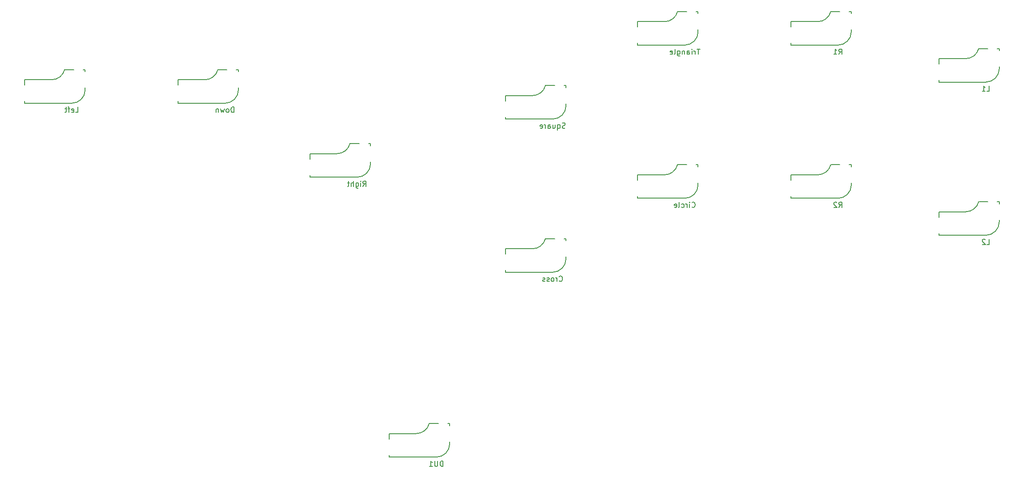
<source format=gbr>
%TF.GenerationSoftware,KiCad,Pcbnew,7.0.2*%
%TF.CreationDate,2023-06-15T01:27:37-07:00*%
%TF.ProjectId,DS5,4453352e-6b69-4636-9164-5f7063625858,rev?*%
%TF.SameCoordinates,Original*%
%TF.FileFunction,Legend,Bot*%
%TF.FilePolarity,Positive*%
%FSLAX46Y46*%
G04 Gerber Fmt 4.6, Leading zero omitted, Abs format (unit mm)*
G04 Created by KiCad (PCBNEW 7.0.2) date 2023-06-15 01:27:37*
%MOMM*%
%LPD*%
G01*
G04 APERTURE LIST*
%ADD10C,0.150000*%
G04 APERTURE END LIST*
D10*
%TO.C,Right*%
X98139047Y-82717619D02*
X98472380Y-82241428D01*
X98710475Y-82717619D02*
X98710475Y-81717619D01*
X98710475Y-81717619D02*
X98329523Y-81717619D01*
X98329523Y-81717619D02*
X98234285Y-81765238D01*
X98234285Y-81765238D02*
X98186666Y-81812857D01*
X98186666Y-81812857D02*
X98139047Y-81908095D01*
X98139047Y-81908095D02*
X98139047Y-82050952D01*
X98139047Y-82050952D02*
X98186666Y-82146190D01*
X98186666Y-82146190D02*
X98234285Y-82193809D01*
X98234285Y-82193809D02*
X98329523Y-82241428D01*
X98329523Y-82241428D02*
X98710475Y-82241428D01*
X97710475Y-82717619D02*
X97710475Y-82050952D01*
X97710475Y-81717619D02*
X97758094Y-81765238D01*
X97758094Y-81765238D02*
X97710475Y-81812857D01*
X97710475Y-81812857D02*
X97662856Y-81765238D01*
X97662856Y-81765238D02*
X97710475Y-81717619D01*
X97710475Y-81717619D02*
X97710475Y-81812857D01*
X96805714Y-82050952D02*
X96805714Y-82860476D01*
X96805714Y-82860476D02*
X96853333Y-82955714D01*
X96853333Y-82955714D02*
X96900952Y-83003333D01*
X96900952Y-83003333D02*
X96996190Y-83050952D01*
X96996190Y-83050952D02*
X97139047Y-83050952D01*
X97139047Y-83050952D02*
X97234285Y-83003333D01*
X96805714Y-82670000D02*
X96900952Y-82717619D01*
X96900952Y-82717619D02*
X97091428Y-82717619D01*
X97091428Y-82717619D02*
X97186666Y-82670000D01*
X97186666Y-82670000D02*
X97234285Y-82622380D01*
X97234285Y-82622380D02*
X97281904Y-82527142D01*
X97281904Y-82527142D02*
X97281904Y-82241428D01*
X97281904Y-82241428D02*
X97234285Y-82146190D01*
X97234285Y-82146190D02*
X97186666Y-82098571D01*
X97186666Y-82098571D02*
X97091428Y-82050952D01*
X97091428Y-82050952D02*
X96900952Y-82050952D01*
X96900952Y-82050952D02*
X96805714Y-82098571D01*
X96329523Y-82717619D02*
X96329523Y-81717619D01*
X95900952Y-82717619D02*
X95900952Y-82193809D01*
X95900952Y-82193809D02*
X95948571Y-82098571D01*
X95948571Y-82098571D02*
X96043809Y-82050952D01*
X96043809Y-82050952D02*
X96186666Y-82050952D01*
X96186666Y-82050952D02*
X96281904Y-82098571D01*
X96281904Y-82098571D02*
X96329523Y-82146190D01*
X95567618Y-82050952D02*
X95186666Y-82050952D01*
X95424761Y-81717619D02*
X95424761Y-82574761D01*
X95424761Y-82574761D02*
X95377142Y-82670000D01*
X95377142Y-82670000D02*
X95281904Y-82717619D01*
X95281904Y-82717619D02*
X95186666Y-82717619D01*
%TO.C,L1*%
X216186666Y-64717619D02*
X216662856Y-64717619D01*
X216662856Y-64717619D02*
X216662856Y-63717619D01*
X215329523Y-64717619D02*
X215900951Y-64717619D01*
X215615237Y-64717619D02*
X215615237Y-63717619D01*
X215615237Y-63717619D02*
X215710475Y-63860476D01*
X215710475Y-63860476D02*
X215805713Y-63955714D01*
X215805713Y-63955714D02*
X215900951Y-64003333D01*
%TO.C,Cross*%
X135281905Y-100622380D02*
X135329524Y-100670000D01*
X135329524Y-100670000D02*
X135472381Y-100717619D01*
X135472381Y-100717619D02*
X135567619Y-100717619D01*
X135567619Y-100717619D02*
X135710476Y-100670000D01*
X135710476Y-100670000D02*
X135805714Y-100574761D01*
X135805714Y-100574761D02*
X135853333Y-100479523D01*
X135853333Y-100479523D02*
X135900952Y-100289047D01*
X135900952Y-100289047D02*
X135900952Y-100146190D01*
X135900952Y-100146190D02*
X135853333Y-99955714D01*
X135853333Y-99955714D02*
X135805714Y-99860476D01*
X135805714Y-99860476D02*
X135710476Y-99765238D01*
X135710476Y-99765238D02*
X135567619Y-99717619D01*
X135567619Y-99717619D02*
X135472381Y-99717619D01*
X135472381Y-99717619D02*
X135329524Y-99765238D01*
X135329524Y-99765238D02*
X135281905Y-99812857D01*
X134853333Y-100717619D02*
X134853333Y-100050952D01*
X134853333Y-100241428D02*
X134805714Y-100146190D01*
X134805714Y-100146190D02*
X134758095Y-100098571D01*
X134758095Y-100098571D02*
X134662857Y-100050952D01*
X134662857Y-100050952D02*
X134567619Y-100050952D01*
X134091428Y-100717619D02*
X134186666Y-100670000D01*
X134186666Y-100670000D02*
X134234285Y-100622380D01*
X134234285Y-100622380D02*
X134281904Y-100527142D01*
X134281904Y-100527142D02*
X134281904Y-100241428D01*
X134281904Y-100241428D02*
X134234285Y-100146190D01*
X134234285Y-100146190D02*
X134186666Y-100098571D01*
X134186666Y-100098571D02*
X134091428Y-100050952D01*
X134091428Y-100050952D02*
X133948571Y-100050952D01*
X133948571Y-100050952D02*
X133853333Y-100098571D01*
X133853333Y-100098571D02*
X133805714Y-100146190D01*
X133805714Y-100146190D02*
X133758095Y-100241428D01*
X133758095Y-100241428D02*
X133758095Y-100527142D01*
X133758095Y-100527142D02*
X133805714Y-100622380D01*
X133805714Y-100622380D02*
X133853333Y-100670000D01*
X133853333Y-100670000D02*
X133948571Y-100717619D01*
X133948571Y-100717619D02*
X134091428Y-100717619D01*
X133377142Y-100670000D02*
X133281904Y-100717619D01*
X133281904Y-100717619D02*
X133091428Y-100717619D01*
X133091428Y-100717619D02*
X132996190Y-100670000D01*
X132996190Y-100670000D02*
X132948571Y-100574761D01*
X132948571Y-100574761D02*
X132948571Y-100527142D01*
X132948571Y-100527142D02*
X132996190Y-100431904D01*
X132996190Y-100431904D02*
X133091428Y-100384285D01*
X133091428Y-100384285D02*
X133234285Y-100384285D01*
X133234285Y-100384285D02*
X133329523Y-100336666D01*
X133329523Y-100336666D02*
X133377142Y-100241428D01*
X133377142Y-100241428D02*
X133377142Y-100193809D01*
X133377142Y-100193809D02*
X133329523Y-100098571D01*
X133329523Y-100098571D02*
X133234285Y-100050952D01*
X133234285Y-100050952D02*
X133091428Y-100050952D01*
X133091428Y-100050952D02*
X132996190Y-100098571D01*
X132567618Y-100670000D02*
X132472380Y-100717619D01*
X132472380Y-100717619D02*
X132281904Y-100717619D01*
X132281904Y-100717619D02*
X132186666Y-100670000D01*
X132186666Y-100670000D02*
X132139047Y-100574761D01*
X132139047Y-100574761D02*
X132139047Y-100527142D01*
X132139047Y-100527142D02*
X132186666Y-100431904D01*
X132186666Y-100431904D02*
X132281904Y-100384285D01*
X132281904Y-100384285D02*
X132424761Y-100384285D01*
X132424761Y-100384285D02*
X132519999Y-100336666D01*
X132519999Y-100336666D02*
X132567618Y-100241428D01*
X132567618Y-100241428D02*
X132567618Y-100193809D01*
X132567618Y-100193809D02*
X132519999Y-100098571D01*
X132519999Y-100098571D02*
X132424761Y-100050952D01*
X132424761Y-100050952D02*
X132281904Y-100050952D01*
X132281904Y-100050952D02*
X132186666Y-100098571D01*
%TO.C,L2*%
X216186666Y-93717619D02*
X216662856Y-93717619D01*
X216662856Y-93717619D02*
X216662856Y-92717619D01*
X215900951Y-92812857D02*
X215853332Y-92765238D01*
X215853332Y-92765238D02*
X215758094Y-92717619D01*
X215758094Y-92717619D02*
X215519999Y-92717619D01*
X215519999Y-92717619D02*
X215424761Y-92765238D01*
X215424761Y-92765238D02*
X215377142Y-92812857D01*
X215377142Y-92812857D02*
X215329523Y-92908095D01*
X215329523Y-92908095D02*
X215329523Y-93003333D01*
X215329523Y-93003333D02*
X215377142Y-93146190D01*
X215377142Y-93146190D02*
X215948570Y-93717619D01*
X215948570Y-93717619D02*
X215329523Y-93717619D01*
%TO.C,Left*%
X43710476Y-68717619D02*
X44186666Y-68717619D01*
X44186666Y-68717619D02*
X44186666Y-67717619D01*
X42996190Y-68670000D02*
X43091428Y-68717619D01*
X43091428Y-68717619D02*
X43281904Y-68717619D01*
X43281904Y-68717619D02*
X43377142Y-68670000D01*
X43377142Y-68670000D02*
X43424761Y-68574761D01*
X43424761Y-68574761D02*
X43424761Y-68193809D01*
X43424761Y-68193809D02*
X43377142Y-68098571D01*
X43377142Y-68098571D02*
X43281904Y-68050952D01*
X43281904Y-68050952D02*
X43091428Y-68050952D01*
X43091428Y-68050952D02*
X42996190Y-68098571D01*
X42996190Y-68098571D02*
X42948571Y-68193809D01*
X42948571Y-68193809D02*
X42948571Y-68289047D01*
X42948571Y-68289047D02*
X43424761Y-68384285D01*
X42662856Y-68050952D02*
X42281904Y-68050952D01*
X42519999Y-68717619D02*
X42519999Y-67860476D01*
X42519999Y-67860476D02*
X42472380Y-67765238D01*
X42472380Y-67765238D02*
X42377142Y-67717619D01*
X42377142Y-67717619D02*
X42281904Y-67717619D01*
X42091427Y-68050952D02*
X41710475Y-68050952D01*
X41948570Y-67717619D02*
X41948570Y-68574761D01*
X41948570Y-68574761D02*
X41900951Y-68670000D01*
X41900951Y-68670000D02*
X41805713Y-68717619D01*
X41805713Y-68717619D02*
X41710475Y-68717619D01*
%TO.C,R2*%
X188186666Y-86717619D02*
X188519999Y-86241428D01*
X188758094Y-86717619D02*
X188758094Y-85717619D01*
X188758094Y-85717619D02*
X188377142Y-85717619D01*
X188377142Y-85717619D02*
X188281904Y-85765238D01*
X188281904Y-85765238D02*
X188234285Y-85812857D01*
X188234285Y-85812857D02*
X188186666Y-85908095D01*
X188186666Y-85908095D02*
X188186666Y-86050952D01*
X188186666Y-86050952D02*
X188234285Y-86146190D01*
X188234285Y-86146190D02*
X188281904Y-86193809D01*
X188281904Y-86193809D02*
X188377142Y-86241428D01*
X188377142Y-86241428D02*
X188758094Y-86241428D01*
X187805713Y-85812857D02*
X187758094Y-85765238D01*
X187758094Y-85765238D02*
X187662856Y-85717619D01*
X187662856Y-85717619D02*
X187424761Y-85717619D01*
X187424761Y-85717619D02*
X187329523Y-85765238D01*
X187329523Y-85765238D02*
X187281904Y-85812857D01*
X187281904Y-85812857D02*
X187234285Y-85908095D01*
X187234285Y-85908095D02*
X187234285Y-86003333D01*
X187234285Y-86003333D02*
X187281904Y-86146190D01*
X187281904Y-86146190D02*
X187853332Y-86717619D01*
X187853332Y-86717619D02*
X187234285Y-86717619D01*
%TO.C,DU1*%
X113281904Y-135717619D02*
X113281904Y-134717619D01*
X113281904Y-134717619D02*
X113043809Y-134717619D01*
X113043809Y-134717619D02*
X112900952Y-134765238D01*
X112900952Y-134765238D02*
X112805714Y-134860476D01*
X112805714Y-134860476D02*
X112758095Y-134955714D01*
X112758095Y-134955714D02*
X112710476Y-135146190D01*
X112710476Y-135146190D02*
X112710476Y-135289047D01*
X112710476Y-135289047D02*
X112758095Y-135479523D01*
X112758095Y-135479523D02*
X112805714Y-135574761D01*
X112805714Y-135574761D02*
X112900952Y-135670000D01*
X112900952Y-135670000D02*
X113043809Y-135717619D01*
X113043809Y-135717619D02*
X113281904Y-135717619D01*
X112281904Y-134717619D02*
X112281904Y-135527142D01*
X112281904Y-135527142D02*
X112234285Y-135622380D01*
X112234285Y-135622380D02*
X112186666Y-135670000D01*
X112186666Y-135670000D02*
X112091428Y-135717619D01*
X112091428Y-135717619D02*
X111900952Y-135717619D01*
X111900952Y-135717619D02*
X111805714Y-135670000D01*
X111805714Y-135670000D02*
X111758095Y-135622380D01*
X111758095Y-135622380D02*
X111710476Y-135527142D01*
X111710476Y-135527142D02*
X111710476Y-134717619D01*
X110710476Y-135717619D02*
X111281904Y-135717619D01*
X110996190Y-135717619D02*
X110996190Y-134717619D01*
X110996190Y-134717619D02*
X111091428Y-134860476D01*
X111091428Y-134860476D02*
X111186666Y-134955714D01*
X111186666Y-134955714D02*
X111281904Y-135003333D01*
%TO.C,R1*%
X188186666Y-57717619D02*
X188519999Y-57241428D01*
X188758094Y-57717619D02*
X188758094Y-56717619D01*
X188758094Y-56717619D02*
X188377142Y-56717619D01*
X188377142Y-56717619D02*
X188281904Y-56765238D01*
X188281904Y-56765238D02*
X188234285Y-56812857D01*
X188234285Y-56812857D02*
X188186666Y-56908095D01*
X188186666Y-56908095D02*
X188186666Y-57050952D01*
X188186666Y-57050952D02*
X188234285Y-57146190D01*
X188234285Y-57146190D02*
X188281904Y-57193809D01*
X188281904Y-57193809D02*
X188377142Y-57241428D01*
X188377142Y-57241428D02*
X188758094Y-57241428D01*
X187234285Y-57717619D02*
X187805713Y-57717619D01*
X187519999Y-57717619D02*
X187519999Y-56717619D01*
X187519999Y-56717619D02*
X187615237Y-56860476D01*
X187615237Y-56860476D02*
X187710475Y-56955714D01*
X187710475Y-56955714D02*
X187805713Y-57003333D01*
%TO.C,Square*%
X136400952Y-71670000D02*
X136258095Y-71717619D01*
X136258095Y-71717619D02*
X136020000Y-71717619D01*
X136020000Y-71717619D02*
X135924762Y-71670000D01*
X135924762Y-71670000D02*
X135877143Y-71622380D01*
X135877143Y-71622380D02*
X135829524Y-71527142D01*
X135829524Y-71527142D02*
X135829524Y-71431904D01*
X135829524Y-71431904D02*
X135877143Y-71336666D01*
X135877143Y-71336666D02*
X135924762Y-71289047D01*
X135924762Y-71289047D02*
X136020000Y-71241428D01*
X136020000Y-71241428D02*
X136210476Y-71193809D01*
X136210476Y-71193809D02*
X136305714Y-71146190D01*
X136305714Y-71146190D02*
X136353333Y-71098571D01*
X136353333Y-71098571D02*
X136400952Y-71003333D01*
X136400952Y-71003333D02*
X136400952Y-70908095D01*
X136400952Y-70908095D02*
X136353333Y-70812857D01*
X136353333Y-70812857D02*
X136305714Y-70765238D01*
X136305714Y-70765238D02*
X136210476Y-70717619D01*
X136210476Y-70717619D02*
X135972381Y-70717619D01*
X135972381Y-70717619D02*
X135829524Y-70765238D01*
X134972381Y-71050952D02*
X134972381Y-72050952D01*
X134972381Y-71670000D02*
X135067619Y-71717619D01*
X135067619Y-71717619D02*
X135258095Y-71717619D01*
X135258095Y-71717619D02*
X135353333Y-71670000D01*
X135353333Y-71670000D02*
X135400952Y-71622380D01*
X135400952Y-71622380D02*
X135448571Y-71527142D01*
X135448571Y-71527142D02*
X135448571Y-71241428D01*
X135448571Y-71241428D02*
X135400952Y-71146190D01*
X135400952Y-71146190D02*
X135353333Y-71098571D01*
X135353333Y-71098571D02*
X135258095Y-71050952D01*
X135258095Y-71050952D02*
X135067619Y-71050952D01*
X135067619Y-71050952D02*
X134972381Y-71098571D01*
X134067619Y-71050952D02*
X134067619Y-71717619D01*
X134496190Y-71050952D02*
X134496190Y-71574761D01*
X134496190Y-71574761D02*
X134448571Y-71670000D01*
X134448571Y-71670000D02*
X134353333Y-71717619D01*
X134353333Y-71717619D02*
X134210476Y-71717619D01*
X134210476Y-71717619D02*
X134115238Y-71670000D01*
X134115238Y-71670000D02*
X134067619Y-71622380D01*
X133162857Y-71717619D02*
X133162857Y-71193809D01*
X133162857Y-71193809D02*
X133210476Y-71098571D01*
X133210476Y-71098571D02*
X133305714Y-71050952D01*
X133305714Y-71050952D02*
X133496190Y-71050952D01*
X133496190Y-71050952D02*
X133591428Y-71098571D01*
X133162857Y-71670000D02*
X133258095Y-71717619D01*
X133258095Y-71717619D02*
X133496190Y-71717619D01*
X133496190Y-71717619D02*
X133591428Y-71670000D01*
X133591428Y-71670000D02*
X133639047Y-71574761D01*
X133639047Y-71574761D02*
X133639047Y-71479523D01*
X133639047Y-71479523D02*
X133591428Y-71384285D01*
X133591428Y-71384285D02*
X133496190Y-71336666D01*
X133496190Y-71336666D02*
X133258095Y-71336666D01*
X133258095Y-71336666D02*
X133162857Y-71289047D01*
X132686666Y-71717619D02*
X132686666Y-71050952D01*
X132686666Y-71241428D02*
X132639047Y-71146190D01*
X132639047Y-71146190D02*
X132591428Y-71098571D01*
X132591428Y-71098571D02*
X132496190Y-71050952D01*
X132496190Y-71050952D02*
X132400952Y-71050952D01*
X131686666Y-71670000D02*
X131781904Y-71717619D01*
X131781904Y-71717619D02*
X131972380Y-71717619D01*
X131972380Y-71717619D02*
X132067618Y-71670000D01*
X132067618Y-71670000D02*
X132115237Y-71574761D01*
X132115237Y-71574761D02*
X132115237Y-71193809D01*
X132115237Y-71193809D02*
X132067618Y-71098571D01*
X132067618Y-71098571D02*
X131972380Y-71050952D01*
X131972380Y-71050952D02*
X131781904Y-71050952D01*
X131781904Y-71050952D02*
X131686666Y-71098571D01*
X131686666Y-71098571D02*
X131639047Y-71193809D01*
X131639047Y-71193809D02*
X131639047Y-71289047D01*
X131639047Y-71289047D02*
X132115237Y-71384285D01*
%TO.C,Circle*%
X160377143Y-86622380D02*
X160424762Y-86670000D01*
X160424762Y-86670000D02*
X160567619Y-86717619D01*
X160567619Y-86717619D02*
X160662857Y-86717619D01*
X160662857Y-86717619D02*
X160805714Y-86670000D01*
X160805714Y-86670000D02*
X160900952Y-86574761D01*
X160900952Y-86574761D02*
X160948571Y-86479523D01*
X160948571Y-86479523D02*
X160996190Y-86289047D01*
X160996190Y-86289047D02*
X160996190Y-86146190D01*
X160996190Y-86146190D02*
X160948571Y-85955714D01*
X160948571Y-85955714D02*
X160900952Y-85860476D01*
X160900952Y-85860476D02*
X160805714Y-85765238D01*
X160805714Y-85765238D02*
X160662857Y-85717619D01*
X160662857Y-85717619D02*
X160567619Y-85717619D01*
X160567619Y-85717619D02*
X160424762Y-85765238D01*
X160424762Y-85765238D02*
X160377143Y-85812857D01*
X159948571Y-86717619D02*
X159948571Y-86050952D01*
X159948571Y-85717619D02*
X159996190Y-85765238D01*
X159996190Y-85765238D02*
X159948571Y-85812857D01*
X159948571Y-85812857D02*
X159900952Y-85765238D01*
X159900952Y-85765238D02*
X159948571Y-85717619D01*
X159948571Y-85717619D02*
X159948571Y-85812857D01*
X159472381Y-86717619D02*
X159472381Y-86050952D01*
X159472381Y-86241428D02*
X159424762Y-86146190D01*
X159424762Y-86146190D02*
X159377143Y-86098571D01*
X159377143Y-86098571D02*
X159281905Y-86050952D01*
X159281905Y-86050952D02*
X159186667Y-86050952D01*
X158424762Y-86670000D02*
X158520000Y-86717619D01*
X158520000Y-86717619D02*
X158710476Y-86717619D01*
X158710476Y-86717619D02*
X158805714Y-86670000D01*
X158805714Y-86670000D02*
X158853333Y-86622380D01*
X158853333Y-86622380D02*
X158900952Y-86527142D01*
X158900952Y-86527142D02*
X158900952Y-86241428D01*
X158900952Y-86241428D02*
X158853333Y-86146190D01*
X158853333Y-86146190D02*
X158805714Y-86098571D01*
X158805714Y-86098571D02*
X158710476Y-86050952D01*
X158710476Y-86050952D02*
X158520000Y-86050952D01*
X158520000Y-86050952D02*
X158424762Y-86098571D01*
X157853333Y-86717619D02*
X157948571Y-86670000D01*
X157948571Y-86670000D02*
X157996190Y-86574761D01*
X157996190Y-86574761D02*
X157996190Y-85717619D01*
X157091428Y-86670000D02*
X157186666Y-86717619D01*
X157186666Y-86717619D02*
X157377142Y-86717619D01*
X157377142Y-86717619D02*
X157472380Y-86670000D01*
X157472380Y-86670000D02*
X157519999Y-86574761D01*
X157519999Y-86574761D02*
X157519999Y-86193809D01*
X157519999Y-86193809D02*
X157472380Y-86098571D01*
X157472380Y-86098571D02*
X157377142Y-86050952D01*
X157377142Y-86050952D02*
X157186666Y-86050952D01*
X157186666Y-86050952D02*
X157091428Y-86098571D01*
X157091428Y-86098571D02*
X157043809Y-86193809D01*
X157043809Y-86193809D02*
X157043809Y-86289047D01*
X157043809Y-86289047D02*
X157519999Y-86384285D01*
%TO.C,Down*%
X73710475Y-68717619D02*
X73710475Y-67717619D01*
X73710475Y-67717619D02*
X73472380Y-67717619D01*
X73472380Y-67717619D02*
X73329523Y-67765238D01*
X73329523Y-67765238D02*
X73234285Y-67860476D01*
X73234285Y-67860476D02*
X73186666Y-67955714D01*
X73186666Y-67955714D02*
X73139047Y-68146190D01*
X73139047Y-68146190D02*
X73139047Y-68289047D01*
X73139047Y-68289047D02*
X73186666Y-68479523D01*
X73186666Y-68479523D02*
X73234285Y-68574761D01*
X73234285Y-68574761D02*
X73329523Y-68670000D01*
X73329523Y-68670000D02*
X73472380Y-68717619D01*
X73472380Y-68717619D02*
X73710475Y-68717619D01*
X72567618Y-68717619D02*
X72662856Y-68670000D01*
X72662856Y-68670000D02*
X72710475Y-68622380D01*
X72710475Y-68622380D02*
X72758094Y-68527142D01*
X72758094Y-68527142D02*
X72758094Y-68241428D01*
X72758094Y-68241428D02*
X72710475Y-68146190D01*
X72710475Y-68146190D02*
X72662856Y-68098571D01*
X72662856Y-68098571D02*
X72567618Y-68050952D01*
X72567618Y-68050952D02*
X72424761Y-68050952D01*
X72424761Y-68050952D02*
X72329523Y-68098571D01*
X72329523Y-68098571D02*
X72281904Y-68146190D01*
X72281904Y-68146190D02*
X72234285Y-68241428D01*
X72234285Y-68241428D02*
X72234285Y-68527142D01*
X72234285Y-68527142D02*
X72281904Y-68622380D01*
X72281904Y-68622380D02*
X72329523Y-68670000D01*
X72329523Y-68670000D02*
X72424761Y-68717619D01*
X72424761Y-68717619D02*
X72567618Y-68717619D01*
X71900951Y-68050952D02*
X71710475Y-68717619D01*
X71710475Y-68717619D02*
X71519999Y-68241428D01*
X71519999Y-68241428D02*
X71329523Y-68717619D01*
X71329523Y-68717619D02*
X71139047Y-68050952D01*
X70758094Y-68050952D02*
X70758094Y-68717619D01*
X70758094Y-68146190D02*
X70710475Y-68098571D01*
X70710475Y-68098571D02*
X70615237Y-68050952D01*
X70615237Y-68050952D02*
X70472380Y-68050952D01*
X70472380Y-68050952D02*
X70377142Y-68098571D01*
X70377142Y-68098571D02*
X70329523Y-68193809D01*
X70329523Y-68193809D02*
X70329523Y-68717619D01*
%TO.C,Triangle*%
X161900952Y-56717619D02*
X161329524Y-56717619D01*
X161615238Y-57717619D02*
X161615238Y-56717619D01*
X160996190Y-57717619D02*
X160996190Y-57050952D01*
X160996190Y-57241428D02*
X160948571Y-57146190D01*
X160948571Y-57146190D02*
X160900952Y-57098571D01*
X160900952Y-57098571D02*
X160805714Y-57050952D01*
X160805714Y-57050952D02*
X160710476Y-57050952D01*
X160377142Y-57717619D02*
X160377142Y-57050952D01*
X160377142Y-56717619D02*
X160424761Y-56765238D01*
X160424761Y-56765238D02*
X160377142Y-56812857D01*
X160377142Y-56812857D02*
X160329523Y-56765238D01*
X160329523Y-56765238D02*
X160377142Y-56717619D01*
X160377142Y-56717619D02*
X160377142Y-56812857D01*
X159472381Y-57717619D02*
X159472381Y-57193809D01*
X159472381Y-57193809D02*
X159520000Y-57098571D01*
X159520000Y-57098571D02*
X159615238Y-57050952D01*
X159615238Y-57050952D02*
X159805714Y-57050952D01*
X159805714Y-57050952D02*
X159900952Y-57098571D01*
X159472381Y-57670000D02*
X159567619Y-57717619D01*
X159567619Y-57717619D02*
X159805714Y-57717619D01*
X159805714Y-57717619D02*
X159900952Y-57670000D01*
X159900952Y-57670000D02*
X159948571Y-57574761D01*
X159948571Y-57574761D02*
X159948571Y-57479523D01*
X159948571Y-57479523D02*
X159900952Y-57384285D01*
X159900952Y-57384285D02*
X159805714Y-57336666D01*
X159805714Y-57336666D02*
X159567619Y-57336666D01*
X159567619Y-57336666D02*
X159472381Y-57289047D01*
X158996190Y-57050952D02*
X158996190Y-57717619D01*
X158996190Y-57146190D02*
X158948571Y-57098571D01*
X158948571Y-57098571D02*
X158853333Y-57050952D01*
X158853333Y-57050952D02*
X158710476Y-57050952D01*
X158710476Y-57050952D02*
X158615238Y-57098571D01*
X158615238Y-57098571D02*
X158567619Y-57193809D01*
X158567619Y-57193809D02*
X158567619Y-57717619D01*
X157662857Y-57050952D02*
X157662857Y-57860476D01*
X157662857Y-57860476D02*
X157710476Y-57955714D01*
X157710476Y-57955714D02*
X157758095Y-58003333D01*
X157758095Y-58003333D02*
X157853333Y-58050952D01*
X157853333Y-58050952D02*
X157996190Y-58050952D01*
X157996190Y-58050952D02*
X158091428Y-58003333D01*
X157662857Y-57670000D02*
X157758095Y-57717619D01*
X157758095Y-57717619D02*
X157948571Y-57717619D01*
X157948571Y-57717619D02*
X158043809Y-57670000D01*
X158043809Y-57670000D02*
X158091428Y-57622380D01*
X158091428Y-57622380D02*
X158139047Y-57527142D01*
X158139047Y-57527142D02*
X158139047Y-57241428D01*
X158139047Y-57241428D02*
X158091428Y-57146190D01*
X158091428Y-57146190D02*
X158043809Y-57098571D01*
X158043809Y-57098571D02*
X157948571Y-57050952D01*
X157948571Y-57050952D02*
X157758095Y-57050952D01*
X157758095Y-57050952D02*
X157662857Y-57098571D01*
X157043809Y-57717619D02*
X157139047Y-57670000D01*
X157139047Y-57670000D02*
X157186666Y-57574761D01*
X157186666Y-57574761D02*
X157186666Y-56717619D01*
X156281904Y-57670000D02*
X156377142Y-57717619D01*
X156377142Y-57717619D02*
X156567618Y-57717619D01*
X156567618Y-57717619D02*
X156662856Y-57670000D01*
X156662856Y-57670000D02*
X156710475Y-57574761D01*
X156710475Y-57574761D02*
X156710475Y-57193809D01*
X156710475Y-57193809D02*
X156662856Y-57098571D01*
X156662856Y-57098571D02*
X156567618Y-57050952D01*
X156567618Y-57050952D02*
X156377142Y-57050952D01*
X156377142Y-57050952D02*
X156281904Y-57098571D01*
X156281904Y-57098571D02*
X156234285Y-57193809D01*
X156234285Y-57193809D02*
X156234285Y-57289047D01*
X156234285Y-57289047D02*
X156710475Y-57384285D01*
%TO.C,Right*%
X88130000Y-76540000D02*
X88130000Y-77556000D01*
X88130000Y-80604000D02*
X88130000Y-80985000D01*
X88130000Y-80985000D02*
X97020000Y-80985000D01*
X93210000Y-76540000D02*
X88130000Y-76540000D01*
X97401000Y-74635000D02*
X95750000Y-74635000D01*
X99560000Y-74635000D02*
X99179000Y-74635000D01*
X99560000Y-75016000D02*
X99560000Y-74635000D01*
X99560000Y-78445000D02*
X99560000Y-78064000D01*
X93210000Y-76539999D02*
G75*
G03*
X95674161Y-74616040I0J2539999D01*
G01*
X97020000Y-80985000D02*
G75*
G03*
X99560000Y-78445000I0J2540000D01*
G01*
%TO.C,L1*%
X207130000Y-58540000D02*
X207130000Y-59556000D01*
X207130000Y-62604000D02*
X207130000Y-62985000D01*
X207130000Y-62985000D02*
X216020000Y-62985000D01*
X212210000Y-58540000D02*
X207130000Y-58540000D01*
X216401000Y-56635000D02*
X214750000Y-56635000D01*
X218560000Y-56635000D02*
X218179000Y-56635000D01*
X218560000Y-57016000D02*
X218560000Y-56635000D01*
X218560000Y-60445000D02*
X218560000Y-60064000D01*
X212210000Y-58539999D02*
G75*
G03*
X214674161Y-56616040I0J2539999D01*
G01*
X216020000Y-62985000D02*
G75*
G03*
X218560000Y-60445000I0J2540000D01*
G01*
%TO.C,Cross*%
X125130000Y-94540000D02*
X125130000Y-95556000D01*
X125130000Y-98604000D02*
X125130000Y-98985000D01*
X125130000Y-98985000D02*
X134020000Y-98985000D01*
X130210000Y-94540000D02*
X125130000Y-94540000D01*
X134401000Y-92635000D02*
X132750000Y-92635000D01*
X136560000Y-92635000D02*
X136179000Y-92635000D01*
X136560000Y-93016000D02*
X136560000Y-92635000D01*
X136560000Y-96445000D02*
X136560000Y-96064000D01*
X130210000Y-94539999D02*
G75*
G03*
X132674161Y-92616040I0J2539999D01*
G01*
X134020000Y-98985000D02*
G75*
G03*
X136560000Y-96445000I0J2540000D01*
G01*
%TO.C,L2*%
X207130000Y-87540000D02*
X207130000Y-88556000D01*
X207130000Y-91604000D02*
X207130000Y-91985000D01*
X207130000Y-91985000D02*
X216020000Y-91985000D01*
X212210000Y-87540000D02*
X207130000Y-87540000D01*
X216401000Y-85635000D02*
X214750000Y-85635000D01*
X218560000Y-85635000D02*
X218179000Y-85635000D01*
X218560000Y-86016000D02*
X218560000Y-85635000D01*
X218560000Y-89445000D02*
X218560000Y-89064000D01*
X212210000Y-87539999D02*
G75*
G03*
X214674161Y-85616040I0J2539999D01*
G01*
X216020000Y-91985000D02*
G75*
G03*
X218560000Y-89445000I0J2540000D01*
G01*
%TO.C,Left*%
X34130000Y-62540000D02*
X34130000Y-63556000D01*
X34130000Y-66604000D02*
X34130000Y-66985000D01*
X34130000Y-66985000D02*
X43020000Y-66985000D01*
X39210000Y-62540000D02*
X34130000Y-62540000D01*
X43401000Y-60635000D02*
X41750000Y-60635000D01*
X45560000Y-60635000D02*
X45179000Y-60635000D01*
X45560000Y-61016000D02*
X45560000Y-60635000D01*
X45560000Y-64445000D02*
X45560000Y-64064000D01*
X39210000Y-62539999D02*
G75*
G03*
X41674161Y-60616040I0J2539999D01*
G01*
X43020000Y-66985000D02*
G75*
G03*
X45560000Y-64445000I0J2540000D01*
G01*
%TO.C,R2*%
X179130000Y-80540000D02*
X179130000Y-81556000D01*
X179130000Y-84604000D02*
X179130000Y-84985000D01*
X179130000Y-84985000D02*
X188020000Y-84985000D01*
X184210000Y-80540000D02*
X179130000Y-80540000D01*
X188401000Y-78635000D02*
X186750000Y-78635000D01*
X190560000Y-78635000D02*
X190179000Y-78635000D01*
X190560000Y-79016000D02*
X190560000Y-78635000D01*
X190560000Y-82445000D02*
X190560000Y-82064000D01*
X184210000Y-80539999D02*
G75*
G03*
X186674161Y-78616040I0J2539999D01*
G01*
X188020000Y-84985000D02*
G75*
G03*
X190560000Y-82445000I0J2540000D01*
G01*
%TO.C,DU1*%
X103130000Y-129540000D02*
X103130000Y-130556000D01*
X103130000Y-133604000D02*
X103130000Y-133985000D01*
X103130000Y-133985000D02*
X112020000Y-133985000D01*
X108210000Y-129540000D02*
X103130000Y-129540000D01*
X112401000Y-127635000D02*
X110750000Y-127635000D01*
X114560000Y-127635000D02*
X114179000Y-127635000D01*
X114560000Y-128016000D02*
X114560000Y-127635000D01*
X114560000Y-131445000D02*
X114560000Y-131064000D01*
X108210000Y-129539999D02*
G75*
G03*
X110674161Y-127616040I0J2539999D01*
G01*
X112020000Y-133985000D02*
G75*
G03*
X114560000Y-131445000I0J2540000D01*
G01*
%TO.C,R1*%
X179130000Y-51540000D02*
X179130000Y-52556000D01*
X179130000Y-55604000D02*
X179130000Y-55985000D01*
X179130000Y-55985000D02*
X188020000Y-55985000D01*
X184210000Y-51540000D02*
X179130000Y-51540000D01*
X188401000Y-49635000D02*
X186750000Y-49635000D01*
X190560000Y-49635000D02*
X190179000Y-49635000D01*
X190560000Y-50016000D02*
X190560000Y-49635000D01*
X190560000Y-53445000D02*
X190560000Y-53064000D01*
X184210000Y-51539999D02*
G75*
G03*
X186674161Y-49616040I0J2539999D01*
G01*
X188020000Y-55985000D02*
G75*
G03*
X190560000Y-53445000I0J2540000D01*
G01*
%TO.C,Square*%
X125130000Y-65540000D02*
X125130000Y-66556000D01*
X125130000Y-69604000D02*
X125130000Y-69985000D01*
X125130000Y-69985000D02*
X134020000Y-69985000D01*
X130210000Y-65540000D02*
X125130000Y-65540000D01*
X134401000Y-63635000D02*
X132750000Y-63635000D01*
X136560000Y-63635000D02*
X136179000Y-63635000D01*
X136560000Y-64016000D02*
X136560000Y-63635000D01*
X136560000Y-67445000D02*
X136560000Y-67064000D01*
X130210000Y-65539999D02*
G75*
G03*
X132674161Y-63616040I0J2539999D01*
G01*
X134020000Y-69985000D02*
G75*
G03*
X136560000Y-67445000I0J2540000D01*
G01*
%TO.C,Circle*%
X150130000Y-80540000D02*
X150130000Y-81556000D01*
X150130000Y-84604000D02*
X150130000Y-84985000D01*
X150130000Y-84985000D02*
X159020000Y-84985000D01*
X155210000Y-80540000D02*
X150130000Y-80540000D01*
X159401000Y-78635000D02*
X157750000Y-78635000D01*
X161560000Y-78635000D02*
X161179000Y-78635000D01*
X161560000Y-79016000D02*
X161560000Y-78635000D01*
X161560000Y-82445000D02*
X161560000Y-82064000D01*
X155210000Y-80539999D02*
G75*
G03*
X157674161Y-78616040I0J2539999D01*
G01*
X159020000Y-84985000D02*
G75*
G03*
X161560000Y-82445000I0J2540000D01*
G01*
%TO.C,Down*%
X63130000Y-62540000D02*
X63130000Y-63556000D01*
X63130000Y-66604000D02*
X63130000Y-66985000D01*
X63130000Y-66985000D02*
X72020000Y-66985000D01*
X68210000Y-62540000D02*
X63130000Y-62540000D01*
X72401000Y-60635000D02*
X70750000Y-60635000D01*
X74560000Y-60635000D02*
X74179000Y-60635000D01*
X74560000Y-61016000D02*
X74560000Y-60635000D01*
X74560000Y-64445000D02*
X74560000Y-64064000D01*
X68210000Y-62539999D02*
G75*
G03*
X70674161Y-60616040I0J2539999D01*
G01*
X72020000Y-66985000D02*
G75*
G03*
X74560000Y-64445000I0J2540000D01*
G01*
%TO.C,Triangle*%
X150130000Y-51540000D02*
X150130000Y-52556000D01*
X150130000Y-55604000D02*
X150130000Y-55985000D01*
X150130000Y-55985000D02*
X159020000Y-55985000D01*
X155210000Y-51540000D02*
X150130000Y-51540000D01*
X159401000Y-49635000D02*
X157750000Y-49635000D01*
X161560000Y-49635000D02*
X161179000Y-49635000D01*
X161560000Y-50016000D02*
X161560000Y-49635000D01*
X161560000Y-53445000D02*
X161560000Y-53064000D01*
X155210000Y-51539999D02*
G75*
G03*
X157674161Y-49616040I0J2539999D01*
G01*
X159020000Y-55985000D02*
G75*
G03*
X161560000Y-53445000I0J2540000D01*
G01*
%TD*%
M02*

</source>
